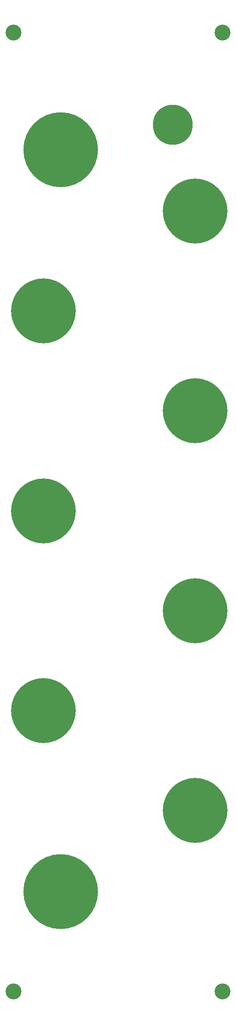
<source format=gts>
G04 #@! TF.GenerationSoftware,KiCad,Pcbnew,6.0.6-3a73a75311~116~ubuntu20.04.1*
G04 #@! TF.CreationDate,2022-07-02T00:51:47+01:00*
G04 #@! TF.ProjectId,555kickTHCfrontPannel,3535356b-6963-46b5-9448-4366726f6e74,rev?*
G04 #@! TF.SameCoordinates,Original*
G04 #@! TF.FileFunction,Soldermask,Top*
G04 #@! TF.FilePolarity,Negative*
%FSLAX46Y46*%
G04 Gerber Fmt 4.6, Leading zero omitted, Abs format (unit mm)*
G04 Created by KiCad (PCBNEW 6.0.6-3a73a75311~116~ubuntu20.04.1) date 2022-07-02 00:51:47*
%MOMM*%
%LPD*%
G01*
G04 APERTURE LIST*
%ADD10C,13.000000*%
%ADD11C,15.000000*%
%ADD12C,8.000000*%
%ADD13C,3.200000*%
G04 APERTURE END LIST*
D10*
X221500000Y-95750000D03*
D11*
X194500000Y-232000000D03*
D10*
X191000000Y-195750000D03*
X221500000Y-135750000D03*
X221500000Y-175750000D03*
D12*
X217000000Y-78500000D03*
D10*
X221500000Y-215750000D03*
D13*
X185000000Y-252000000D03*
D10*
X191000000Y-115750000D03*
X191000000Y-155750000D03*
D11*
X194500000Y-83500000D03*
D13*
X227000000Y-60000000D03*
X185000000Y-60000000D03*
X227000000Y-252000000D03*
M02*

</source>
